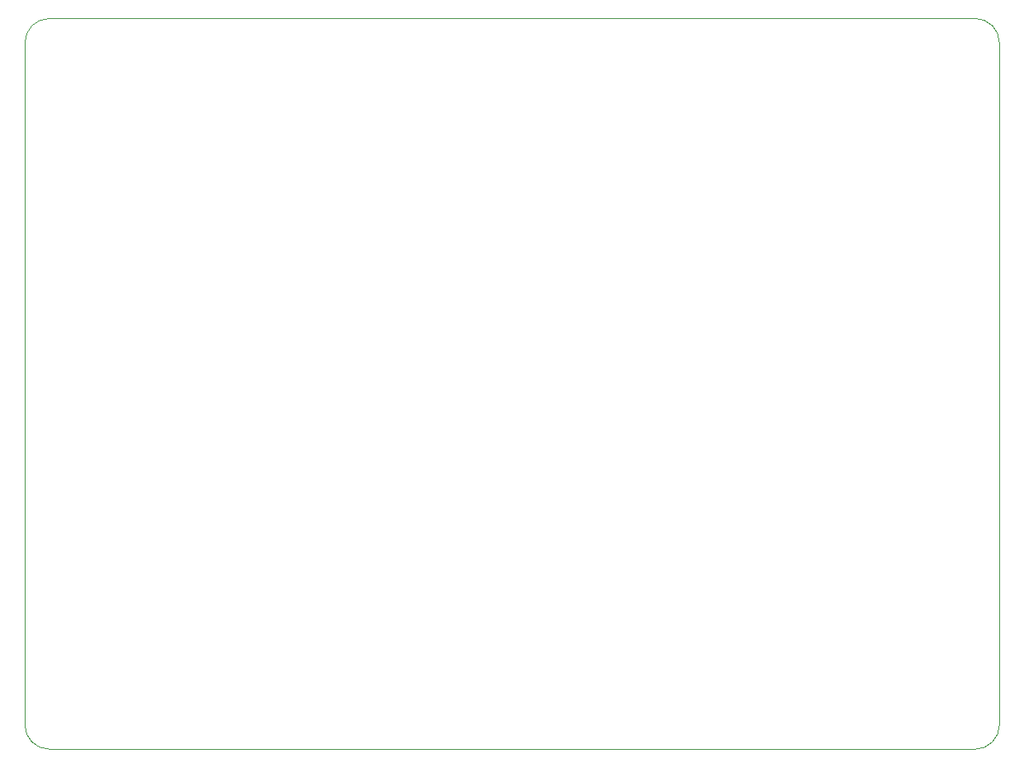
<source format=gbr>
%TF.GenerationSoftware,KiCad,Pcbnew,6.0.5+dfsg-1~bpo11+1*%
%TF.CreationDate,2022-07-07T00:02:15+02:00*%
%TF.ProjectId,z50_ppide,7a35305f-7070-4696-9465-2e6b69636164,rev?*%
%TF.SameCoordinates,Original*%
%TF.FileFunction,Profile,NP*%
%FSLAX46Y46*%
G04 Gerber Fmt 4.6, Leading zero omitted, Abs format (unit mm)*
G04 Created by KiCad (PCBNEW 6.0.5+dfsg-1~bpo11+1) date 2022-07-07 00:02:15*
%MOMM*%
%LPD*%
G01*
G04 APERTURE LIST*
%TA.AperFunction,Profile*%
%ADD10C,0.100000*%
%TD*%
G04 APERTURE END LIST*
D10*
X102500000Y-50000000D02*
X197500000Y-50000000D01*
X102500000Y-50000000D02*
G75*
G03*
X100000000Y-52500000I0J-2500000D01*
G01*
X200000000Y-52500000D02*
X200000000Y-122500000D01*
X100000000Y-122500000D02*
X100000000Y-52500000D01*
X197500000Y-125000000D02*
G75*
G03*
X200000000Y-122500000I0J2500000D01*
G01*
X197500000Y-125000000D02*
X102500000Y-125000000D01*
X200000000Y-52500000D02*
G75*
G03*
X197500000Y-50000000I-2500000J0D01*
G01*
X100000000Y-122500000D02*
G75*
G03*
X102500000Y-125000000I2500000J0D01*
G01*
M02*

</source>
